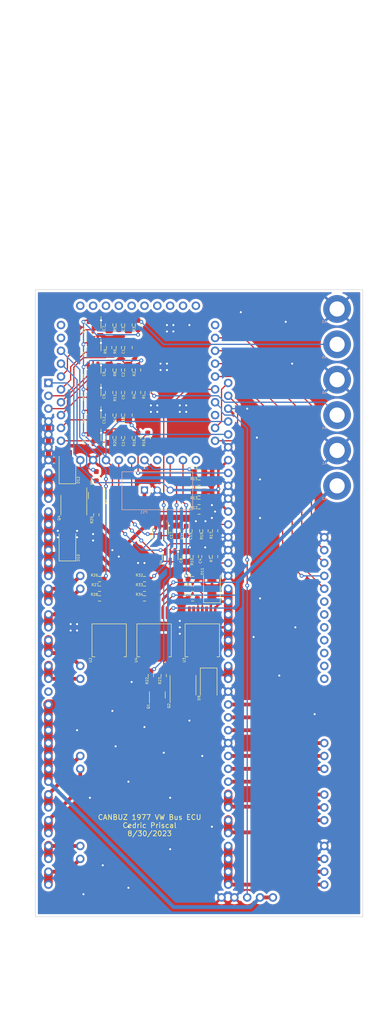
<source format=kicad_pcb>
(kicad_pcb (version 20221018) (generator pcbnew)
  (layers (0 "F.Cu" signal) (31 "B.Cu" signal) (34 "B.Paste" user) (35 "F.Paste" user) (36 "B.SilkS" user "B.Silkscreen") (37 "F.SilkS" user "F.Silkscreen") (38 "B.Mask" user) (39 "F.Mask" user) (44 "Edge.Cuts" user))
  (net 0 "")
  (net 1 "HEAD_TEMP")
  (net 2 "GND")
  (net 3 "INTAKE_AIR_TEMP")
  (net 4 "Net-(C5-Pad1)")
  (net 5 "HEAD_TEMP_ANALOG")
  (net 6 "INTAKE_AIR_TEMP_ANALOG")
  (net 7 "O2_ANALOG")
  (net 8 "TPS")
  (net 9 "FUEL_LEVEL_ANALOG")
  (net 10 "TPS_ANALOG")
  (net 11 "FUEL_LEVEL")
  (net 12 "12V_ANALOG")
  (net 13 "MAP")
  (net 14 "Net-(C11-Pad1)")
  (net 15 "Net-(C14-Pad1)")
  (net 16 "OIL_PRESSURE_ANALOG")
  (net 17 "FUEL_PRESSURE_ANALOG")
  (net 18 "VBAT")
  (net 19 "+3V3")
  (net 20 "EGR_12V")
  (net 21 "STARTER_12V")
  (net 22 "INJ5")
  (net 23 "FUEL_PUMP_12V")
  (net 24 "Net-(Q3-Pad1)")
  (net 25 "O2_12V")
  (net 35 "CANL")
  (net 36 "CANH")
  (net 40 "+5V")
  (net 41 "Net-(C15-Pad1)")
  (net 42 "Net-(Q3-Pad3)")
  (net 43 "~{FPGA_CS}")
  (net 44 "SCK")
  (net 45 "MOSI")
  (net 46 "MISO")
  (net 47 "Net-(Q1-Pad1)")
  (net 48 "Net-(Q1-Pad3)")
  (net 49 "O2")
  (net 50 "OIL_PRESSURE")
  (net 51 "FUEL_PRESSURE")
  (net 52 "MAP_ANALOG")
  (net 53 "EGR_EN")
  (net 54 "STARTER_EN")
  (net 55 "INJ4+")
  (net 56 "INJ4-")
  (net 57 "FUEL_PUMP_EN")
  (net 58 "INJ3+")
  (net 59 "INJ3-")
  (net 60 "O2_EN")
  (net 61 "INJ5_EN")
  (net 62 "INJ2+")
  (net 63 "INJ2-")
  (net 64 "INJ1+")
  (net 65 "INJ1-")
  (net 66 "IGN_12V")
  (net 67 "IGN_S2")
  (net 68 "IGN_S1")
  (net 69 "CAM")
  (net 70 "CK")
  (net 71 "Net-(R27-Pad1)")
  (net 73 "Net-(R28-Pad2)")
  (net 74 "Net-(R30-Pad1)")
  (net 75 "Net-(R31-Pad2)")
  (net 76 "Net-(R33-Pad1)")
  (net 77 "CAM_5V")
  (net 78 "CAM_GND")
  (net 79 "CK_5V")
  (net 80 "CK_GND")
  (net 88 "FPGA_EN")
  (net 89 "Net-(R34-Pad2)")
  (footprint "Resistor_SMD:R_0603_1608Metric_Pad0.98x0.95mm_HandSolder" (layer "F.Cu") (at 68.579999 92.71 -90)
    (fp_text reference "R10")
    (fp_text value "470Ω")
  )
  (footprint "Capacitor_SMD:C_0805_2012Metric_Pad1.18x1.45mm_HandSolder" (layer "F.Cu") (at 55.244999 64.77 90)
    (fp_text reference "C10")
    (fp_text value "0.1uF 50V")
  )
  (footprint "Capacitor_SMD:C_0805_2012Metric_Pad1.18x1.45mm_HandSolder" (layer "F.Cu") (at 51.435 46.99 90)
    (fp_text reference "C7")
    (fp_text value "0.22uF 50V")
  )
  (footprint "Resistor_SMD:R_0603_1608Metric_Pad0.98x0.95mm_HandSolder" (layer "F.Cu") (at 66.675 87.63 -90)
    (fp_text reference "R21")
    (fp_text value "470Ω")
  )
  (footprint "Resistor_SMD:R_0603_1608Metric_Pad0.98x0.95mm_HandSolder" (layer "F.Cu") (at 48.895 76.835 -90)
    (fp_text reference "R24")
    (fp_text value "100Ω")
  )
  (footprint "Resistor_SMD:R_0603_1608Metric_Pad0.98x0.95mm_HandSolder" (layer "F.Cu") (at 53.339999 69.215 -90)
    (fp_text reference "R20")
    (fp_text value "470Ω")
  )
  (footprint "Capacitor_SMD:C_0805_2012Metric_Pad1.18x1.45mm_HandSolder" (layer "F.Cu") (at 69.215 76.2)
    (fp_text reference "C13")
    (fp_text value "0.22uF 50V")
  )
  (footprint "footprints:canbuz-1977-vw-bus-ecu-connector" (layer "F.Cu") (at 57.2 83.82)
    (fp_text reference "J2" hide)
    (fp_text value "Conn_02x40_Counter_Clockwise")
  )
  (footprint "Resistor_SMD:R_0603_1608Metric_Pad0.98x0.95mm_HandSolder" (layer "F.Cu") (at 57.150001 69.215 -90)
    (fp_text reference "R18")
    (fp_text value "4.7kΩ")
  )
  (footprint "Resistor_SMD:R_0603_1608Metric_Pad0.98x0.95mm_HandSolder" (layer "F.Cu") (at 49.53 99.06 180)
    (fp_text reference "R27")
    (fp_text value "10kΩ")
  )
  (footprint "Capacitor_SMD:C_0805_2012Metric_Pad1.18x1.45mm_HandSolder" (layer "F.Cu") (at 70.485 92.71 90)
    (fp_text reference "C4")
    (fp_text value "0.1uF 50V")
  )
  (footprint "Diode_SMD:D_SMA" (layer "F.Cu") (at 71.755 98.425 90)
    (fp_text reference "D11")
    (fp_text value "B140-13-F 30A Burst")
  )
  (footprint "Resistor_SMD:R_0603_1608Metric_Pad0.98x0.95mm_HandSolder" (layer "F.Cu") (at 59.69 116.205 -90)
    (fp_text reference "R22")
    (fp_text value "100Ω")
  )
  (footprint "Capacitor_SMD:C_0805_2012Metric_Pad1.18x1.45mm_HandSolder" (layer "F.Cu") (at 64.770001 87.63 90)
    (fp_text reference "C17")
    (fp_text value "0.22uF 50V")
  )
  (footprint "Resistor_SMD:R_0603_1608Metric_Pad0.98x0.95mm_HandSolder" (layer "F.Cu") (at 51.434999 51.435 90)
    (fp_text reference "R9")
    (fp_text value "38.3kΩ")
  )
  (footprint "Package_TO_SOT_SMD:SOT-23" (layer "F.Cu") (at 48.26 55.88 -90)
    (fp_text reference "D1")
    (fp_text value "NUP1301,215")
  )
  (footprint "Resistor_SMD:R_0603_1608Metric_Pad0.98x0.95mm_HandSolder" (layer "F.Cu") (at 69.215 81.914999 180)
    (fp_text reference "R13")
    (fp_text value "1kΩ")
  )
  (footprint "Capacitor_SMD:C_0805_2012Metric_Pad1.18x1.45mm_HandSolder" (layer "F.Cu") (at 55.245 46.99 90)
    (fp_text reference "C3")
    (fp_text value "0.1uF 50V")
  )
  (footprint "Resistor_SMD:R_0603_1608Metric_Pad0.98x0.95mm_HandSolder" (layer "F.Cu") (at 59.055 69.215 90)
    (fp_text reference "R16")
    (fp_text value "2.2kΩ")
  )
  (footprint "footprints:OctaPAK_7_1" (layer "F.Cu") (at 69.85 103.4 180)
    (fp_text reference "U3")
    (fp_text value "VN7003ALHTR")
  )
  (footprint "Resistor_SMD:R_0603_1608Metric_Pad0.98x0.95mm_HandSolder" (layer "F.Cu") (at 67.945 100.965)
    (fp_text reference "R31")
    (fp_text value "1kΩ")
  )
  (footprint "Diode_SMD:D_SMA" (layer "F.Cu") (at 71.12 118.11 -90)
    (fp_text reference "D9")
    (fp_text value "B140-13-F 30A Burst")
  )
  (footprint "Package_TO_SOT_SMD:SOT-23" (layer "F.Cu") (at 61.595001 87.63 -90)
    (fp_text reference "D8")
    (fp_text value "NUP1301,215")
  )
  (footprint "Resistor_SMD:R_0603_1608Metric_Pad0.98x0.95mm_HandSolder" (layer "F.Cu") (at 67.945 99.06 180)
    (fp_text reference "R30")
    (fp_text value "10kΩ")
  )
  (footprint "Capacitor_SMD:C_0805_2012Metric_Pad1.18x1.45mm_HandSolder" (layer "F.Cu") (at 68.580001 87.63 90)
    (fp_text reference "C15")
    (fp_text value "0.1uF 50V")
  )
  (footprint "Capacitor_SMD:C_0805_2012Metric_Pad1.18x1.45mm_HandSolder" (layer "F.Cu") (at 69.215 80.01)
    (fp_text reference "C11")
    (fp_text value "0.1uF 50V")
  )
  (footprint "Capacitor_SMD:C_0805_2012Metric_Pad1.18x1.45mm_HandSolder" (layer "F.Cu") (at 51.434999 60.325 90)
    (fp_text reference "C9")
    (fp_text value "0.22uF 50V")
  )
  (footprint "Resistor_SMD:R_0603_1608Metric_Pad0.98x0.95mm_HandSolder" (layer "F.Cu") (at 67.945 97.155)
    (fp_text reference "R29")
    (fp_text value "10kΩ")
  )
  (footprint "Package_TO_SOT_SMD:SOT-23" (layer "F.Cu") (at 48.259999 64.77 -90)
    (fp_text reference "D6")
    (fp_text value "NUP1301,215")
  )
  (footprint "Resistor_SMD:R_0603_1608Metric_Pad0.98x0.95mm_HandSolder" (layer "F.Cu") (at 72.390001 87.63 -90)
    (fp_text reference "R17")
    (fp_text value "2.2kΩ")
  )
  (footprint "Resistor_SMD:R_0603_1608Metric_Pad0.98x0.95mm_HandSolder" (layer "F.Cu") (at 70.485001 87.63 -90)
    (fp_text reference "R19")
    (fp_text value "4.7kΩ")
  )
  (footprint "Capacitor_SMD:C_0805_2012Metric_Pad1.18x1.45mm_HandSolder" (layer "F.Cu") (at 51.435 55.88 90)
    (fp_text reference "C6")
    (fp_text value "0.22uF 50V")
  )
  (footprint "Capacitor_SMD:C_0805_2012Metric_Pad1.18x1.45mm_HandSolder" (layer "F.Cu") (at 55.244999 51.435 90)
    (fp_text reference "C1")
    (fp_text value "0.1uF 50V")
  )
  (footprint "Package_TO_SOT_SMD:SOT-23" (layer "F.Cu") (at 48.259999 51.435 -90)
    (fp_text reference "D3")
    (fp_text value "NUP1301,215")
  )
  (footprint "Diode_SMD:D_SMA" (layer "F.Cu") (at 43.18 90.17 90)
    (fp_text reference "D10")
    (fp_text value "B140-13-F 30A Burst")
  )
  (footprint "Resistor_SMD:R_0603_1608Metric_Pad0.98x0.95mm_HandSolder" (layer "F.Cu") (at 49.53 100.965)
    (fp_text reference "R28")
    (fp_text value "1kΩ")
  )
  (footprint "Resistor_SMD:R_0603_1608Metric_Pad0.98x0.95mm_HandSolder" (layer "F.Cu") (at 69.215 78.104999 180)
    (fp_text reference "R15")
    (fp_text value "470Ω")
  )
  (footprint "Resistor_SMD:R_0603_1608Metric_Pad0.98x0.95mm_HandSolder" (layer "F.Cu") (at 57.149999 60.325 -90)
    (fp_text reference "R4")
    (fp_text value "4.7kΩ")
  )
  (footprint "Resistor_SMD:R_0603_1608Metric_Pad0.98x0.95mm_HandSolder" (layer "F.Cu") (at 53.339999 55.88 -90)
    (fp_text reference "R8")
    (fp_text value "470Ω")
  )
  (footprint "Diode_SMD:D_SMA" (layer "F.Cu") (at 43.18 74.93 90)
    (fp_text reference "D12")
    (fp_text value "B140-13-F 30A Burst")
  )
  (footprint "Package_TO_SOT_SMD:SOT-23" (layer "F.Cu") (at 48.26 69.215 -90)
    (fp_text reference "D7")
    (fp_text value "NUP1301,215")
  )
  (footprint "Resistor_SMD:R_0603_1608Metric_Pad0.98x0.95mm_HandSolder" (layer "F.Cu") (at 58.42 100.965)
    (fp_text reference "R34")
    (fp_text value "1kΩ")
  )
  (footprint "Resistor_SMD:R_0603_1608Metric_Pad0.98x0.95mm_HandSolder" (layer "F.Cu") (at 57.15 46.99 -90)
    (fp_text reference "R3")
    (fp_text value "330Ω")
  )
  (footprint "Resistor_SMD:R_0603_1608Metric_Pad0.98x0.95mm_HandSolder" (layer "F.Cu") (at 53.339998 60.325 -90)
    (fp_text reference "R11")
    (fp_text value "470Ω")
  )
  (footprint "Resistor_SMD:R_0603_1608Metric_Pad0.98x0.95mm_HandSolder" (layer "F.Cu") (at 57.15 55.88 90)
    (fp_text reference "R2")
    (fp_text value "2.49kΩ")
  )
  (footprint "Resistor_SMD:R_0603_1608Metric_Pad0.98x0.95mm_HandSolder" (layer "F.Cu") (at 69.215 83.82)
    (fp_text reference "R12")
    (fp_text value "3.9kΩ")
  )
  (footprint "Package_TO_SOT_SMD:SOT-23" (layer "F.Cu") (at 48.26 46.99 -90)
    (fp_text reference "D2")
    (fp_text value "NUP1301,215")
  )
  (footprint "Resistor_SMD:R_0603_1608Metric_Pad0.98x0.95mm_HandSolder" (layer "F.Cu") (at 48.895 84.455 -90)
    (fp_text reference "R25")
    (fp_text value "10kΩ")
  )
  (footprint "Capacitor_SMD:C_0805_2012Metric_Pad1.18x1.45mm_HandSolder" (layer "F.Cu") (at 55.245 55.88 90)
    (fp_text reference "C2")
    (fp_text value "0.1uF 50V")
  )
  (footprint "Package_TO_SOT_SMD:SOT-23" (layer "F.Cu") (at 63.5 92.71 -90)
    (fp_text reference "D4")
    (fp_text value "NUP1301,215")
  )
  (footprint "Package_TO_SOT_SMD:SOT-23" (layer "F.Cu") (at 48.895 80.645 -90)
    (fp_text reference "Q3")
    (fp_text value "Q_NMOS_GSD")
  )
  (footprint "Resistor_SMD:R_0603_1608Metric_Pad0.98x0.95mm_HandSolder" (layer "F.Cu") (at 58.42 97.155 180)
    (fp_text reference "R32")
    (fp_text value "10kΩ")
  )
  (footprint "Resistor_SMD:R_0603_1608Metric_Pad0.98x0.95mm_HandSolder" (layer "F.Cu") (at 58.42 99.06 180)
    (fp_text reference "R33")
    (fp_text value "10kΩ")
  )
  (footprint "Package_SO:SO-8_3.9x4.9mm_P1.27mm" (layer "F.Cu") (at 44.45 82.55 -90)
    (fp_text reference "Q4")
    (fp_text value "Si4497DY 36A")
  )
  (footprint "footprints:OctaPAK_7_1" (layer "F.Cu") (at 60.325 103.4 180)
    (fp_text reference "U4")
    (fp_text value "VN7003ALHTR")
  )
  (footprint "Package_TO_SOT_SMD:SOT-23" (layer "F.Cu") (at 48.259999 60.325 -90)
    (fp_text reference "D5")
    (fp_text value "NUP1301,215")
  )
  (footprint "Resistor_SMD:R_0603_1608Metric_Pad0.98x0.95mm_HandSolder" (layer "F.Cu") (at 53.339998 51.435 -90)
    (fp_text reference "R6")
    (fp_text value "19.6kΩ")
  )
  (footprint "Capacitor_SMD:C_0805_2012Metric_Pad1.18x1.45mm_HandSolder" (layer "F.Cu") (at 51.435 69.215 90)
    (fp_text reference "C16")
    (fp_text value "0.22uF 50V")
  )
  (footprint "Capacitor_SMD:C_0805_2012Metric_Pad1.18x1.45mm_HandSolder" (layer "F.Cu") (at 51.434999 64.77 90)
    (fp_text reference "C12")
    (fp_text value "0.22uF 50V")
  )
  (footprint "Resistor_SMD:R_0603_1608Metric_Pad0.98x0.95mm_HandSolder" (layer "F.Cu") (at 53.339998 64.77 -90)
    (fp_text reference "R14")
    (fp_text value "470Ω")
  )
  (footprint "Resistor_SMD:R_0603_1608Metric_Pad0.98x0.95mm_HandSolder" (layer "F.Cu") (at 62.23 116.205 90)
    (fp_text reference "R23")
    (fp_text value "10kΩ")
  )
  (footprint "Resistor_SMD:R_0603_1608Metric_Pad0.98x0.95mm_HandSolder" (layer "F.Cu") (at 53.339999 46.99 -90)
    (fp_text reference "R5")
    (fp_text value "470Ω")
  )
  (footprint "Package_SO:SO-8_3.9x4.9mm_P1.27mm" (layer "F.Cu") (at 66.04 118.11 90)
    (fp_text reference "Q2")
    (fp_text value "Si4497DY 36A")
  )
  (footprint "Resistor_SMD:R_0603_1608Metric_Pad0.98x0.95mm_HandSolder" (layer "F.Cu") (at 59.054999 60.325 -90)
    (fp_text reference "R1")
    (fp_text value "2.2kΩ")
  )
  (footprint "footprints:OctaPAK_7_1" (layer "F.Cu") (at 51.435 103.4 180)
    (fp_text reference "U2")
    (fp_text value "VN7003ALHTR")
  )
  (footprint "Package_TO_SOT_SMD:SOT-23" (layer "F.Cu") (at 60.96 120.015 90)
    (fp_text reference "Q1")
    (fp_text value "Q_NMOS_GSD")
  )
  (footprint "Resistor_SMD:R_0603_1608Metric_Pad0.98x0.95mm_HandSolder" (layer "F.Cu") (at 72.39 92.71 90)
    (fp_text reference "R7")
    (fp_text value "2.49kΩ")
  )
  (footprint "Capacitor_SMD:C_0805_2012Metric_Pad1.18x1.45mm_HandSolder" (layer "F.Cu") (at 66.675 92.71 90)
    (fp_text reference "C8")
    (fp_text value "0.22uF 50V")
  )
  (footprint "Capacitor_SMD:C_0805_2012Metric_Pad1.18x1.45mm_HandSolder" (layer "F.Cu") (at 55.245 69.215 90)
    (fp_text reference "C14")
    (fp_text value "0.1uF 50V")
  )
  (footprint "Capacitor_SMD:C_0805_2012Metric_Pad1.18x1.45mm_HandSolder" (layer "F.Cu") (at 55.244999 60.325 90)
    (fp_text reference "C5")
    (fp_text value "0.1uF 50V")
  )
  (footprint "Resistor_SMD:R_0603_1608Metric_Pad0.98x0.95mm_HandSolder" (layer "F.Cu") (at 49.53 97.155 180)
    (fp_text reference "R26")
    (fp_text value "10kΩ")
  )
  (footprint "Connector_Spade:Spade_Male" (layer "B.Cu") (at 96.52 71.755 180)
    (fp_text reference "A1")
    (fp_text value "Spade_Male")
  )
  (footprint "footprints:open_spark_fpga" (layer "B.Cu") (at 97.79 163.83 90)
    (fp_text reference "U1" hide)
    (fp_text value "open_spark_fpga")
  )
  (footprint "Connector_Spade:Spade_Male" (layer "B.Cu") (at 96.52 57.785 180)
    (fp_text reference "A6")
    (fp_text value "Spade_Male")
  )
  (footprint "Connector_Spade:Spade_Male" (layer "B.Cu") (at 96.52 78.74 180)
    (fp_text reference "A2")
    (fp_text value "Spade_Male")
  )
  (footprint "Connector_Spade:Spade_Male" (layer "B.Cu") (at 96.52 64.77 180)
    (fp_text reference "A4")
    (fp_text value "Spade_Male")
  )
  (footprint "footprints:canbuz-module" (layer "B.Cu") (at 57.15 58.42 -90)
    (fp_text reference "J1" hide)
    (fp_text value "canbuz_module")
  )
  (footprint "Connector_Spade:Spade_Male" (layer "B.Cu") (at 96.52 50.8 180)
    (fp_text reference "A5")
    (fp_text value "Spade_Male")
  )
  (footprint "footprints:CONV_TSR_2-2450" (layer "B.Cu") (at 58.42 79.5725)
    (fp_text reference "PS1")
    (fp_text value "TSR_2-2450")
  )
  (footprint "Connector_Spade:Spade_Male" (layer "B.Cu") (at 96.52 43.815 180)
    (fp_text reference "A3")
    (fp_text value "Spade_Male")
  )
  (gr_line (start 101.6 40.005) (end 36.83 40.005) (stroke (width 0.1)) (layer "Edge.Cuts"))
  (gr_line (start 36.83 163.83) (end 101.6 163.83) (stroke (width 0.1)) (layer "Edge.Cuts"))
  (gr_line (start 36.83 40.005) (end 36.83 163.83) (stroke (width 0.1)) (layer "Edge.Cuts"))
  (gr_line (start 101.6 163.83) (end 101.6 40.005) (stroke (width 0.1)) (layer "Edge.Cuts"))
  (gr_text "CANBUZ 1977 VW Bus ECU\nCedric Priscal\n8/30/2023" (at 59.436 145.796) (layer "F.SilkS") (effects (font (size 1 1))))
  (segment (start 55.245 56.9175) (end 57.025 56.9175) (width 0.25) (layer "F.Cu") (net 1))
  (segment (start 42.543604 63.5) (end 39.42 63.5) (width 0.25) (layer "F.Cu") (net 1))
  (segment (start 47.049695 57.97) (end 43.18 61.839695) (width 0.25) (layer "F.Cu") (net 1))
  (segment (start 43.18 62.863604) (end 42.543604 63.5) (width 0.25) (layer "F.Cu") (net 1))
  (segment (start 53.339999 56.7925) (end 52.162499 57.97) (width 0.25) (layer "F.Cu") (net 1))
  (segment (start 43.18 61.839695) (end 43.18 62.863604) (width 0.25) (layer "F.Cu") (net 1))
  (segment (start 52.162499 57.97) (end 47.049695 57.97) (width 0.25) (layer "F.Cu") (net 1))
  (segment (start 53.339999 56.7925) (end 55.12 56.792499) (width 0.25) (layer "F.Cu") (net 1))
  (segment (start 49.21 68.2775) (end 49.8325 68.2775) (width 0.25) (layer "F.Cu") (net 2))
  (segment (start 68.8575 97.155) (end 67.945 98.0675) (width 0.25) (layer "F.Cu") (net 2))
  (segment (start 51.434999 59.144499) (end 52.159498 58.42) (width 0.25) (layer "F.Cu") (net 2))
  (segment (start 51.434999 63.7325) (end 52.302499 62.865) (width 0.25) (layer "F.Cu") (net 2))
  (segment (start 64.45 91.7725) (end 65.0725 91.7725) (width 0.25) (layer "F.Cu") (net 2))
  (segment (start 44.545 88.36) (end 45.085 88.9) (width 1) (layer "F.Cu") (net 2))
  (segment (start 41.815 88.17) (end 41.275 87.63) (width 1) (layer "F.Cu") (net 2))
  (segment (start 49.8325 59.3875) (end 51.334999 59.3875) (width 0.25) (layer "F.Cu") (net 2))
  (segment (start 54.377499 62.865) (end 55.244999 63.7325) (width 0.25) (layer "F.Cu") (net 2))
  (segment (start 67.712501 85.725) (end 68.580001 86.5925) (width 0.25) (layer "F.Cu") (net 2))
  (segment (start 64.770001 86.5925) (end 63.2675 86.5925) (width 0.25) (layer "F.Cu") (net 2))
  (segment (start 42.005 88.17) (end 41.275 88.9) (width 1) (layer "F.Cu") (net 2))
  (segment (start 65.637501 85.725) (end 67.712501 85.725) (width 0.25) (layer "F.Cu") (net 2))
  (segment (start 70.485 85.725) (end 70.485001 86.7175) (width 0.25) (layer "F.Cu") (net 2))
  (segment (start 54.5575 45.265) (end 52.1225 45.265) (width 0.25) (layer "F.Cu") (net 2))
  (segment (start 57.15 68.302501) (end 55.37 68.302501) (width 0.25) (layer "F.Cu") (net 2))
  (segment (start 49.209999 63.8325) (end 49.8325 63.8325) (width 0.25) (layer "F.Cu") (net 2))
  (segment (start 52.159498 58.42) (end 54.609999 58.420001) (width 0.25) (layer "F.Cu") (net 2))
  (segment (start 43.18 88.17) (end 41.815 88.17) (width 1) (layer "F.Cu") (net 2))
  (segment (start 56.515 98.1475) (end 57.5075 97.155) (width 0.25) (layer "F.Cu") (net 2))
  (segment (start 57.149999 59.4125) (end 55.369999 59.4125) (width 0.25) (layer "F.Cu") (net 2))
  (segment (start 64.770001 86.5925) (end 65.637501 85.725) (width 0.25) (layer "F.Cu") (net 2))
  (segment (start 44.545 88.17) (end 45.085 87.63) (width 1) (layer "F.Cu") (net 2))
  (segment (start 55.244999 50.3975) (end 56.1125 50.3975) (width 0.25) (layer "F.Cu") (net 2))
  (segment (start 52.302499 62.865) (end 54.377499 62.865) (width 0.25) (layer "F.Cu") (net 2))
  (segment (start 43.18 88.17) (end 42.005 88.17) (width 1) (layer "F.Cu") (net 2))
  (segment (start 67.945 100.0525) (end 67.0325 100.965) (width 0.25) (layer "F.Cu") (net 2))
  (segment (start 54.609999 58.420001) (end 55.244999 59.055) (width 0.25) (layer "F.Cu") (net 2))
  (segment (start 47.945 78.425) (end 46.99 77.47) (width 0.25) (layer "F.Cu") (net 2))
  (segment (start 57.5075 100.965) (end 56.515 99.9725) (width 0.25) (layer "F.Cu") (net 2))
  (segment (start 70.485 91.6725) (end 69.6175 90.805) (width 0.25) (layer "F.Cu") (net 2))
  (segment (start 49.8325 63.8325) (end 51.334999 63.8325) (width 0.25) (layer "F.Cu") (net 2))
  (segment (start 68.58 85.725) (end 68.580001 86.5925) (width 0.25) (layer "F.Cu") (net 2))
  (segment (start 63.2675 86.5925) (end 62.645001 86.5925) (width 0.25) (layer "F.Cu") (net 2))
  (segment (start 52.1225 45.265) (end 51.435 45.9525) (width 0.25) (layer "F.Cu") (net 2))
  (segment (start 51.434999 50.5225) (end 49.8075 50.5225) (width 0.25) (layer "F.Cu") (net 2))
  (segment (start 70.485001 86.7175) (end 69.572501 86.7175) (width 0.25) (layer "F.Cu") (net 2))
  (segment (start 46.99 77.47) (end 46.99 74.93) (width 0.25) (layer "F.Cu") (net 2))
  (segment (start 56.1125 50.3975) (end 56.515 50.8) (width 0.25) (layer "F.Cu") (net 2))
  (segment (start 49.8325 46.0525) (end 51.335 46.0525) (width 0.25) (layer "F.Cu") (net 2))
  (segment (start 54.5575 67.49) (end 52.1225 67.49) (width 0.25) (layer "F.Cu") (net 2))
  (segment (start 51.435 54.609999) (end 52.07 53.975) (width 0.25) (layer "F.Cu") (net 2))
  (segment (start 67.3995 90.8945) (end 67.3995 90.948) (width 0.25) (layer "F.Cu") (net 2))
  (segment (start 67.945 98.0675) (end 67.945 100.0525) (width 0.25) (layer "F.Cu") (net 2))
  (segment (start 44.545 88.17) (end 44.545 88.36) (width 1) (layer "F.Cu") (net 2))
  (segment (start 70.42895 90.8945) (end 70.42895 91.61645) (width 0.25) (layer "F.Cu") (net 2))
  (segment (start 65.0725 91.7725) (end 66.575 91.7725) (width 0.25) (layer "F.Cu") (net 2))
  (segment (start 49.8075 50.5225) (end 49.234999 50.5225) (width 0.25) (layer "F.Cu") (net 2))
  (segment (start 52.1225 67.49) (end 51.435 68.1775) (width 0.25) (layer "F.Cu") (net 2))
  (segment (start 56.515 99.9725) (end 56.515 98.1475) (width 0.25) (layer "F.Cu") (net 2))
  (segment (start 56.515 50.8) (end 56.515 53.5725) (width 0.25) (layer "F.Cu") (net 2))
  (segment (start 52.427499 49.53) (end 54.377499 49.53) (width 0.25) (layer "F.Cu") (net 2))
  (segment (start 39.42 73.66) (end 42.45 73.66) (width 1) (layer "F.Cu") (net 2))
  (segment (start 69.572501 86.7175) (end 68.705001 86.7175) (width 0.25) (layer "F.Cu") (net 2))
  (segment (start 39.42 66.04) (end 39.42 73.66) (width 1) (layer "F.Cu") (net 2))
  (segment (start 49.21 54.9425) (end 49.8325 54.9425) (width 0.25) (layer "F.Cu") (net 2))
  (segment (start 69.6175 90.805) (end 67.542501 90.805) (width 0.25) (layer "F.Cu") (net 2))
  (segment (start 56.515 53.5725) (end 55.245 54.8425) (width 0.25) (layer "F.Cu") (net 2))
  (segment (start 70.2525 80.01) (end 70.2525 81.79) (width 0.25) (layer "F.Cu") (net 2))
  (segment (start 54.377499 49.53) (end 55.244999 50.3975) (width 0.25) (layer "F.Cu") (net 2))
  (segment (start 54.8425 54.8425) (end 53.975 53.975) (width 0.25) (layer "F.Cu") (net 2))
  (segment (start 43.18 88.17) (end 44.545 88.17) (width 1) (layer "F.Cu") (net 2))
  (segment (start 70.42895 91.61645) (end 70.485 91.6725) (width 0.25) (layer "F.Cu") (net 2))
  (segment (start 49.209999 59.3875) (end 49.8325 59.3875) (width 0.25) (layer "F.Cu") (net 2))
  (segment (start 55.245 68.1775) (end 54.5575 67.49) (width 0.25) (layer "F.Cu") (net 2))
  (segment (start 49.8325 54.9425) (end 51.335 54.9425) (width 0.25) (layer "F.Cu") (net 2))
  (segment (start 51.434999 50.5225) (end 52.427499 49.53) (width 0.25) (layer "F.Cu") (net 2))
  (segment (start 67.542501 90.805) (end 66.675 91.6725) (width 0.25) (layer "F.Cu") (net 2))
  (segment (start 47.945 79.7075) (end 47.945 78.425) (width 0.25) (layer "F.Cu") (net 2))
  (segment (start 53.975 53.975) (end 52.07 53.975) (width 0.25) (layer "F.Cu") (net 2))
  (segment (start 46.99 74.93) (end 48.26 73.66) (width 0.25) (layer "F.Cu") (net 2))
  (segment (start 42.45 73.66) (end 43.18 72.93) (width 1) (layer "F.Cu") (net 2))
  (segment (start 49.8325 68.2775) (end 51.335 68.2775) (width 0.25) (layer "F.Cu") (net 2))
  (segment (start 55.245 45.9525) (end 54.5575 45.265) (width 0.25) (layer "F.Cu") (net 2))
  (segment (start 49.21 46.0525) (end 49.8325 46.0525) (width 0.25) (layer "F.Cu") (net 2))
  (segment (start 67.3995 90.948) (end 66.675 91.6725) (width 0.25) (layer "F.Cu") (net 2))
  (via (at 78.74 63.5) (size 0.8) (drill 0.4) (layers "F.Cu" "B.Cu") (net 2))
  (via (at 55.245 137.16) (size 0.8) (drill 0.4) (layers "F.Cu" "B.Cu") (net 2))
  (via (at 62.865 55.88) (size 0.8) (drill 0.4) (layers "F.Cu" "B.Cu") (net 2))
  (via (at 53.34 92.71) (size 0.8) (drill 0.4) (layers "F.Cu" "B.Cu") (net 2))
  (via (at 65.405 106.68) (size 0.8) (drill 0.4) (layers "F.Cu" "B.Cu") (net 2))
  (via (at 64.135 48.26) (size 0.8) (drill 0.4) (layers "F.Cu" "B.Cu") (net 2))
  (via (at 49.8325 54.9425) (size 0.8) (drill 0.4) (layers "F.Cu" "B.Cu") (net 2))
  (via (at 60.96 62.865) (size 0.8) (drill 0.4) (layers "F.Cu" "B.Cu") (net 2))
  (via (at 66.675 62.865) (size 0.8) (drill 0.4) (layers "F.Cu" "B.Cu") (net 2))
  (via (at 48.26 89.535) (size 0.8) (drill 0.4) (layers "F.Cu" "B.Cu") (net 2))
  (via (at 46.355 159.385) (size 0.8) (drill 0.4) (layers "F.Cu" "B.Cu") (net 2))
  (via (at 52.07 91.44) (size 0.8) (drill 0.4) (layers "F.Cu" "B.Cu") (net 2))
  (via (at 67.3995 90.8945) (size 0.8) (drill 0.4) (layers "F.Cu" "B.Cu") (net 2))
  (via (at 49.8325 68.2775) (size 0.8) (drill 0.4) (layers "F.Cu" "B.Cu") (net 2))
  (via (at 49.8325 63.8325) (size 0.8) (drill 0.4) (layers "F.Cu" "B.Cu") (net 2))
  (via (at 58.42 126.365) (size 0.8) (drill 0.4) (layers "F.Cu" "B.Cu") (net 2))
  (via (at 59.69 64.135) (size 0.8) (drill 0.4) (layers "F.Cu" "B.Cu") (net 2))
  (via (at 81.28 85.09) (size 0.8) (drill 0.4) (layers "F.Cu" "B.Cu") (net 2))
  (via (at 43.815 107.315) (size 0.8) (drill 0.4) (layers "F.Cu" "B.Cu") (net 2))
  (via (at 86.36 46.355) (size 0.8) (drill 0.4) (layers "F.Cu" "B.Cu") (net 2))
  (via (at 80.01 108.585) (size 0.8) (drill 0.4) (layers "F.Cu" "B.Cu") (net 2))
  (via (at 50.165 153.67) (size 0.8) (drill 0.4) (layers "F.Cu" "B.Cu") (net 2))
  (via (at 60.96 64.135) (size 0.8) (drill 0.4) (layers "F.Cu" "B.Cu") (net 2))
  (via (at 72.39 83.82) (size 0.8) (drill 0.4) (layers "F.Cu" "B.Cu") (net 2))
  (via (at 41.275 88.9) (size 0.8) (drill 0.4) (layers "F.Cu" "B.Cu") (net 2))
  (via (at 49.8325 59.3875) (size 0.8) (drill 0.4) (layers "F.Cu" "B.Cu") (net 2))
  (via (at 67.31 46.99) (size 0.8) (drill 0.4) (layers "F.Cu" "B.Cu") (net 2))
  (via (at 64.135 46.99) (size 0.8) (drill 0.4) (layers "F.Cu" "B.Cu") (net 2))
  (via (at 69.85 132.08) (size 0.8) (drill 0.4) (layers "F.Cu" "B.Cu") (net 2))
  (via (at 52.07 123.19) (size 0.8) (drill 0.4) (layers "F.Cu" "B.Cu") (net 2))
  (via (at 70.42895 90.8945) (size 0.8) (drill 0.4) (layers "F.Cu" "B.Cu") (net 2))
  (via (at 45.085 127) (size 0.8) (drill 0.4) (layers "F.Cu" "B.Cu") (net 2))
  (via (at 65.405 105.41) (size 0.8) (drill 0.4) (layers "F.Cu" "B.Cu") (net 2))
  (via (at 85.09 116.205) (size 0.8) (drill 0.4) (layers "F.Cu" "B.Cu") (net 2))
  (via (at 49.8325 46.0525) (size 0.8) (drill 0.4) (layers "F.Cu" "B.Cu") (net 2))
  (via (at 71.755 82.55) (size 0.8) (drill 0.4) (layers "F.Cu" "B.Cu") (net 2))
  (via (at 63.5 150.495) (size 0.8) (drill 0.4) (layers "F.Cu" "B.Cu") (net 2))
  (via (at 61.595 54.61) (size 0.8) (drill 0.4) (layers "F.Cu" "B.Cu") (net 2))
  (via (at 62.865 48.26) (size 0.8) (drill 0.4) (layers "F.Cu" "B.Cu") (net 2))
  (via (at 57.15 93.98) (size 0.8) (drill 0.4) (layers "F.Cu" "B.Cu") (net 2))
  (via (at 45.085 107.315) (size 0.8) (drill 0.4) (layers "F.Cu" "B.Cu") (net 2))
  (via (at 68.58 85.725) (size 0.8) (drill 0.4) (layers "F.Cu" "B.Cu") (net 2))
  (via (at 61.595 55.88) (size 0.8) (drill 0.4) (layers "F.Cu" "B.Cu") (net 2))
  (via (at 63.2675 86.5925) (size 0.8) (drill 0.4) (layers "F.Cu" "B.Cu") (net 2))
  (via (at 62.865 46.99) (size 0.8) (drill 0.4) (layers "F.Cu" "B.Cu") (net 2))
  (via (at 92.075 123.825) (size 0.8) (drill 0.4) (layers "F.Cu" "B.Cu") (net 2))
  (via (at 48.26 88.265) (size 0.8) (drill 0.4) (layers "F.Cu" "B.Cu") (net 2))
  (via (at 77.47 44.45) (size 0.8) (drill 0.4) (layers "F.Cu" "B.Cu") (net 2))
  (via (at 70.485 85.725) (size 0.8) (drill 0.4) (layers "F.Cu" "B.Cu") (net 2))
  (via (at 65.405 64.135) (size 0.8) (drill 0.4) (layers "F.Cu" "B.Cu") (net 2))
  (via (at 87.63 54.61) (size 0.8) (drill 0.4) (layers "F.Cu" "B.Cu") (net 2))
  (via (at 65.405 62.865) (size 0.8) (drill 0.4) (layers "F.Cu" "B.Cu") (net 2))
  (via (at 65.405 107.95) (size 0.8) (drill 0.4) (layers "F.Cu" "B.Cu") (net 2))
  (via (at 81.28 100.965) (size 0.8) (drill 0.4) (layers "F.Cu" "B.Cu") (net 2))
  (via (at 65.0725 91.7725) (size 0.8) (drill 0.4) (layers "F.Cu" "B.Cu") (net 2))
  (via (at 47.625 140.335) (size 0.8) (drill 0.4) (layers "F.Cu" "B.Cu") (net 2))
  (via (at 55.245 146.05) (size 0.8) (drill 0.4) (layers "F.Cu" "B.Cu") (net 2))
  (via (at 62.865 54.61) (size 0.8) (drill 0.4) (layers "F.Cu" "B.Cu") (net 2))
  (via (at 62.23 131.445) (size 0.8) (drill 0.4) (layers "F.Cu" "B.Cu") (net 2))
  (via (at 52.705 130.175) (size 0.8) (drill 0.4) (layers "F.Cu" "B.Cu") (net 2))
  (via (at 66.675 64.135) (size 0.8) (drill 0.4) (layers "F.Cu" "B.Cu") (net 2))
  (via (at 43.815 106.045) (size 0.8) (drill 0.4) (layers "F.Cu" "B.Cu") (net 2))
  (via (at 63.5 140.335) (size 0.8) (drill 0.4) (layers "F.Cu" "B.Cu") (net 2))
  (via (at 45.085 106.045) (size 0.8) (drill 0.4) (layers "F.Cu" "B.Cu") (net 2))
  (via (at 80.645 69.215) (size 0.8) (drill 0.4) (layers "F.Cu" "B.Cu") (net 2))
  (via (at 71.755 85.09) (size 0.8) (drill 0.4) (layers "F.Cu" "B.Cu") (net 2))
  (via (at 41.275 87.63) (size 0.8) (drill 0.4) (layers "F.Cu" "B.Cu") (net 2))
  (via (at 67.31 125.095) (size 0.8) (drill 0.4) (layers "F.Cu" "B.Cu") (net 2))
  (via (at 55.88 117.475) (size 0.8) (drill 0.4) (layers "F.Cu" "B.Cu") (net 2))
  (via (at 45.085 88.9) (size 0.8) (drill 0.4) (layers "F.Cu" "B.Cu") (net 2))
  (via (at 58.42 93.98) (size 0.8) (drill 0.4) (layers "F.Cu" "B.Cu") (net 2))
  (via (at 59.69 62.865) (size 0.8) (drill 0.4) (layers "F.Cu" "B.Cu") (net 2))
  (via (at 45.085 87.63) (size 0.8) (drill 0.4) (layers "F.Cu" "B.Cu") (net 2))
  (via (at 55.245 158.115) (size 0.8) (drill 0.4) (layers "F.Cu" "B.Cu") (net 2))
  (via (at 49.8075 50.5225) (size 0.8) (drill 0.4) (layers "F.Cu" "B.Cu") (net 2))
  (via (at 71.755 146.05) (size 0.8) (drill 0.4) (layers "F.Cu" "B.Cu") (net 2))
  (via (at 81.28 77.47) (size 0.8) (drill 0.4) (layers "F.Cu" "B.Cu") (net 2))
  (via (at 88.265 106.68) (size 0.8) (drill 0.4) (layers "F.Cu" "B.Cu") (net 2))
  (segment (start 74.98 88.9) (end 72.42345 88.9) (width 0.25) (layer "B.Cu") (net 2))
  (segment (start 73.66 88.9) (end 70.485 85.725) (width 0.25) (layer "B.Cu") (net 2))
  (segment (start 74.98 63.5) (end 78.74 63.5) (width 0.25) (layer "B.Cu") (net 2))
  (segment (start 72.42345 88.9) (end 70.42895 90.8945) (width 0.25) (layer "B.Cu") (net 2))
  (segment (start 74.98 88.9) (end 73.66 88.9) (width 0.25) (layer "B.Cu") (net 2))
  (segment (start 70.485 85.725) (end 68.58 85.725) (width 0.25) (layer "B.Cu") (net 2))
  (segment (start 70.42895 90.8945) (end 67.3995 90.8945) (width 0.25) (layer "B.Cu") (net 2))
  (segment (start 74.98 93.98) (end 72.7475 93.98) (width 0.25) (layer "F.Cu") (net 3))
  (segment (start 72.39 93.6225) (end 70.61 93.6225) (width 0.25) (layer "F.Cu") (net 3))
  (segment (start 68.579999 93.6225) (end 70.36 93.622499) (width 0.25) (layer "F.Cu") (net 3))
  (segment (start 72.7475 93.98) (end 72.39 93.6225) (width 0.25) (layer "F.Cu") (net 3))
  (segment (start 57.149999 61.2375) (end 55.369999 61.2375) (width 0.25) (layer "F.Cu") (net 4))
  (segment (start 53.339998 61.2375) (end 55.119999 61.237499) (width 0.25) (layer "F.Cu") (net 4))
  (segment (start 59.054999 61.2375) (end 57.149999 61.2375) (width 0.25) (layer "F.Cu") (net 4))
  (segment (start 51.435 56.872499) (end 53.339999 54.9675) (width 0.25) (layer "F.Cu") (net 5))
  (segment (start 48.26 56.817501) (end 51.335 56.8175) (width 0.25) (layer "F.Cu") (net 5))
  (segment (start 48.26 56.8175) (end 47.3225 56.8175) (width 0.25) (layer "F.Cu") (net 5))
  (segment (start 47.3225 56.8175) (end 41.91 62.23) (width 0.25) (layer "F.Cu") (net 5))
  (segment (start 53.34 73.66) (end 53.34 84.981848) (width 0.25) (layer "F.Cu") (net 6))
  (segment (start 57.785 89.535) (end 61.8975 93.6475) (width 0.25) (layer "F.Cu") (net 6))
  (segment (start 68.579999 91.842501) (end 66.675 93.7475) (width 0.25) (layer "F.Cu") (net 6))
  (segment (start 53.34 84.981848) (end 55.934076 87.575924) (width 0.25) (layer "F.Cu") (net 6))
  (segment (start 61.8975 93.6475) (end 63.5 93.6475) (width 0.25) (layer "F.Cu") (net 6))
  (segment (start 66.675 93.7475) (end 63.6 93.7475) (width 0.25) (layer "F.Cu") (net 6))
  (via (at 55.934076 87.575924) (size 0.8) (drill 0.4) (layers "F.Cu" "B.Cu") (net 6))
  (via (at 57.785 89.535) (size 0.8) (drill 0.4) (layers "F.Cu" "B.Cu") (net 6))
  (segment (start 57.785 89.426848) (end 57.785 89.535) (width 0.25) (layer "B.Cu") (net 6))
  (segment (start 55.934076 87.575924) (end 57.785 89.426848) (width 0.25) (layer "B.Cu") (net 6))
  (segment (start 48.259999 61.262501) (end 51.334999 61.2625) (width 0.25) (layer "F.Cu") (net 7))
  (segment (start 48.259999 61.2625) (end 45.4175 61.2625) (width 0.25) (layer "F.Cu") (net 7))
  (segment (start 51.434999 61.317499) (end 53.339998 59.4125) (width 0.25) (layer "F.Cu") (net 7))
  (segment (start 45.4175 61.2625) (end 41.91 64.77) (width 0.25) (layer "F.Cu") (net 7))
  (segment (start 53.339998 65.6825) (end 55.119999 65.6825) (width 0.25) (layer "F.Cu") (net 8))
  (segment (start 55.244999 66.129499) (end 55.88 66.7645) (width 0.25) (layer "F.Cu") (net 8))
  (via (at 55.88 66.7645) (size 0.8) (drill 0.4) (layers "F.Cu" "B.Cu") (net 8))
  (segment (start 55.88 66.7645) (end 57.6955 68.58) (width 0.25) (layer "B.Cu") (net 8))
  (segment (start 57.6955 68.58) (end 74.98 68.58) (width 0.25) (layer "B.Cu") (net 8))
  (segment (start 48.26 47.9275) (end 46.6875 47.9275) (width 0.25) (layer "F.Cu") (net 9))
  (segment (start 53.34 46.122499) (end 51.435 48.0275) (width 0.25) (layer "F.Cu") (net 9))
  (segment (start 43.18 55.88) (end 41.91 57.15) (width 0.25) (layer "F.Cu") (net 9))
  (segment (start 43.815 50.8) (end 43.815 52.705) (width 0.25) (layer "F.Cu") (net 9))
  (segment (start 48.26 47.927501) (end 51.335 47.9275) (width 0.25) (layer "F.Cu") (net 9))
  (segment (start 43.18 53.34) (end 43.18 55.88) (width 0.25) (layer "F.Cu") (net 9))
  (segment (start 43.815 52.705) (end 43.18 53.34) (width 0.25) (layer "F.Cu") (net 9))
  (segment (start 46.6875 47.9275) (end 43.815 50.8) (width 0.25) (layer "F.Cu") (net 9))
  (segment (start 48.259999 65.7075) (end 43.5125 65.7075) (width 0.25) (layer "F.Cu") (net 10))
  (segment (start 53.339999 63.902499) (end 51.434999 65.8075) (width 0.25) (layer "F.Cu") (net 10))
  (segment (start 51.434999 65.8075) (end 48.359999 65.8075) (width 0.25) (layer "F.Cu") (net 10))
  (segment (start 43.5125 65.7075) (end 41.91 67.31) (width 0.25) (layer "F.Cu") (net 10))
  (segment (start 57.785 46.355) (end 57.4275 46.355) (width 0.25) (layer "F.Cu") (net 11))
  (segment (start 57.15 46.1225) (end 55.245 48.0275) (width 0.25) (layer "F.Cu") (net 11))
  (segment (start 53.339999 47.9025) (end 55.12 47.902499) (width 0.25) (layer "F.Cu") (net 11))
  (via (at 57.785 46.355) (size 0.8) (drill 0.4) (layers "F.Cu" "B.Cu") (net 11))
  (segment (start 96.52 50.8) (end 62.23 50.8) (width 0.25) (layer "B.Cu") (net 11))
  (segment (start 62.23 50.8) (end 57.785 46.355) (width 0.25) (layer "B.Cu") (net 11))
  (segment (start 67.453 75.4755) (end 68.1775 76.2) (width 0.25) (layer "F.Cu") (net 12))
  (segment (start 70.082501 78.105) (end 68.1775 76.2) (width 0.25) (layer "F.Cu") (net 12))
  (via (at 67.31 75.4755) (size 0.8) (drill 0.4) (layers "F.Cu" "B.Cu") (net 12))
  (segment (start 58.42 73.66) (end 60.2355 75.4755) (width 0.25) (layer "B.Cu") (net 12))
  (segment (start 60.2355 75.4755) (end 67.31 75.4755) (width 0.25) (layer "B.Cu") (net 12))
  (segment (start 44.45 59.053604) (end 42.543604 60.96) (width 0.25) (layer "F.Cu") (net 13))
  (segment (start 55.244999 52.4725) (end 53.464999 52.4725) (width 0.25) (layer "F.Cu") (net 13))
  (segment (start 53.339998 52.3475) (end 52.347498 53.34) (width 0.25) (layer "F.Cu") (net 13))
  (segment (start 46.336323 53.435) (end 44.45 55.321323) (width 0.25) (layer "F.Cu") (net 13))
  (segment (start 52.347498 53.34) (end 50.8 53.34) (width 0.25) (layer "F.Cu") (net 13))
  (segment (start 50.8 53.34) (end 50.705 53.435) (width 0.25) (layer "F.Cu") (net 13))
  (segment (start 50.705 53.435) (end 46.336323 53.435) (width 0.25) (layer "F.Cu") (net 13))
  (segment (start 42.543604 60.96) (end 39.42 60.96) (width 0.25) (layer "F.Cu") (net 13))
  (segment (start 44.45 55.321323) (end 44.45 59.053604) (width 0.25) (layer "F.Cu") (net 13))
  (segment (start 68.3025 81.914999) (end 68.3025 80.135) (width 0.25) (layer "F.Cu") (net 14))
  (segment (start 68.3025 81.995) (end 70.1275 83.82) (width 0.25) (layer "F.Cu") (net 14))
  (segment (start 68.3025 78.104999) (end 68.302501 79.885) (width 0.25) (layer "F.Cu") (net 14))
  (segment (start 57.15 70.127499) (end 55.37 70.127499) (width 0.25) (layer "F.Cu") (net 15))
  (segment (start 57.23 70.1275) (end 59.055 68.3025) (width 0.25) (layer "F.Cu") (net 15))
  (segment (start 53.339999 70.1275) (end 55.12 70.1275) (width 0.25) (layer "F.Cu") (net 15))
  (segment (start 47.9575 69.85) (end 41.91 69.85) (width 0.25) (layer "F.Cu") (net 16))
  (segment (start 48.26 70.1525) (end 47.9575 69.85) (width 0.25) (layer "F.Cu") (net 16))
  (segment (start 53.339999 68.347502) (end 51.435 70.2525) (width 0.25) (layer "F.Cu") (net 16))
  (segment (start 48.26 70.1525) (end 51.335 70.1525) (width 0.25) (layer "F.Cu") (net 16))
  (segment (start 61.595001 88.5675) (end 64.670001 88.5675) (width 0.25) (layer "F.Cu") (net 17))
  (segment (start 61.595001 88.5675) (end 61.292501 88.265) (width 0.25) (layer "F.Cu") (net 17))
  (segment (start 66.675 86.762501) (end 64.770001 88.6675) (width 0.25) (layer "F.Cu") (net 17))
  (segment (start 61.292501 88.265) (end 59.055 88.265) (width 0.25) (layer "F.Cu") (net 17))
  (segment (start 56.515 86.36) (end 55.88 85.725) (width 0.25) (layer "F.Cu") (net 17))
  (segment (start 55.88 85.725) (end 55.88 73.66) (width 0.25) (layer "F.Cu") (net 17))
  (via (at 56.515 86.36) (size 0.8) (drill 0.4) (layers "F.Cu" "B.Cu") (net 17))
  (via (at 59.055 88.265) (size 0.8) (drill 0.4) (layers "F.Cu" "B.Cu") (net 17))
  (segment (start 58.42 88.265) (end 56.515 86.36) (width 0.25) (layer "B.Cu") (net 17))
  (segment (start 59.055 88.265) (end 58.42 88.265) (width 0.25) (layer "B.Cu") (net 17))
  (segment (start 55.245 89.95) (end 53.4775 89.95) (width 0.75) (layer "F.Cu") (net 18))
  (segment (start 51.435 116.205) (end 51.435 110.7) (width 2) (layer "F.Cu") (net 18))
  (segment (start 62.23 115.2925) (end 62.23 112.605) (width 0.25) (layer "F.Cu") (net 18))
  (segment (start 42.545 85.125) (end 48.6525 85.125) (width 1) (layer "F.Cu") (net 18))
  (segment (start 65.405 110.91) (end 65.615 110.7) (width 0.75) (layer "F.Cu") (net 18))
  (segment (start 58.42 86.775) (end 58.42 83.82) (width 0.75) (layer "F.Cu") (net 18))
  (segment (start 56.09 110.7) (end 55.245 109.855) (width 0.75) (layer "F.Cu") (net 18))
  (segment (start 55.245 89.95) (end 58.42 86.775) (width 0.75) (layer "F.Cu") (net 18))
  (segment (start 81.28 160.02) (end 83.82 160.02) (width 0.75) (layer "F.Cu") (net 18))
  (segment (start 67.945 115.535) (end 64.135 115.535) (width 0.75) (layer "F.Cu") (net 18))
  (segment (start 65.615 110.7) (end 69.85 110.7) (width 2) (layer "F.Cu") (net 18))
  (segment (start 62.23 115.2925) (end 63.8925 115.2925) (width 0.25) (layer "F.Cu") (net 18))
  (segment (start 60.325 110.7) (end 65.615 110.7) (width 2) (layer "F.Cu") (net 18))
  (segment (start 55.245 89.95) (end 55.245 109.855) (width 0.75) (layer "F.Cu") (net 18))
  (segment (start 63.8925 115.2925) (end 64.135 115.535) (width 0.25) (layer "F.Cu") (net 18))
  (segment (start 39.42 134.62) (end 39.42 137.16) (width 1.7) (layer "F.Cu") (net 18))
  (segment (start 51.435 110.7) (end 56.09 110.7) (width 2) (layer "F.Cu") (net 18))
  (segment (start 68.3025 83.82) (end 58.42 83.82) (width 0.25) (layer "F.Cu") (net 18))
  (segment (start 53.4775 89.95) (end 48.895 85.3675) (width 0.75) (layer "F.Cu") (net 18))
  (segment (start 56.09 110.7) (end 60.325 110.7) (width 2) (layer "F.Cu") (net 18))
  (segment (start 65.405 115.535) (end 65.405 110.91) (width 0.75) (layer "F.Cu") (net 18))
  (segment (start 39.42 121.92) (end 45.72 121.92) (width 2) (layer "F.Cu") (net 18))
  (segment (start 58.42 83.82) (end 58.42 79.5725) (width 0.75) (layer "F.Cu") (net 18))
  (segment (start 39.42 134.62) (end 39.42 121.92) (width 1.7) (layer "F.Cu") (net 18))
  (segment (start 45.72 121.92) (end 51.435 116.205) (width 2) (layer "F.Cu") (net 18))
  (segment (start 48.6525 85.125) (end 48.895 85.3675) (width 1) (layer "F.Cu") (net 18))
  (segment (start 81.28 160.02) (end 79.375 161.925) (width 0.75) (layer "B.Cu") (net 18))
  (segment (start 79.375 161.925) (end 64.185 161.925) (width 0.75) (layer "B.Cu") (net 18))
  (segment (start 64.185 161.925) (end 39.42 137.16) (width 0.75) (layer "B.Cu") (net 18))
  (segment (start 47.007499 59.69) (end 47.309999 59.3875) (width 0.25) (layer "F.Cu") (net 19))
  (segment (start 50.8 73.66) (end 52.07 74.93) (width 0.25) (layer "F.Cu") (net 19))
  (segment (start 62.55 91.12) (end 62.55 91.7725) (width 0.25) (layer "F.Cu") (net 19))
  (segment (start 60.325 87.5405) (end 60.645001 87.220499) (width 0.25) (layer "F.Cu") (net 19))
  (segment (start 57.15 47.9025) (end 57.15 48.895) (width 0.25) (layer "F.Cu") (net 19))
  (segment (start 46.6575 46.0525) (end 46.355 46.355) (width 0.25) (layer "F.Cu") (net 19))
  (segment (start 61.595 91.44) (end 62.2175 91.44) (width 0.25) (layer "F.Cu") (net 19))
  (segment (start 46.6575 50.4975) (end 46.355 50.8) (width 0.25) (layer "F.Cu") (net 19))
  (segment (start 70.7625 90.17) (end 63.5 90.17) (width 0.25) (layer "F.Cu") (net 19))
  (segment (start 52.07 85.725) (end 54.61 88.265) (width 0.25) (layer "F.Cu") (net 19))
  (segment (start 47.31 54.9425) (end 46.714598 54.9425) (width 0.25) (layer "F.Cu") (net 19))
  (segment (start 62.2175 91.44) (end 62.55 91.7725) (width 0.25) (layer "F.Cu") (net 19))
  (segment (start 52.07 74.93) (end 52.07 85.725) (width 0.25) (layer "F.Cu") (net 19))
  (segment (start 47.31 46.0525) (end 46.6575 46.0525) (width 0.25) (layer "F.Cu") (net 19))
  (segment (start 46.6575 68.2775) (end 46.355 68.58) (width 0.25) (layer "F.Cu") (net 19))
  (segment (start 57.15 54.61) (end 57.785 53.975) (width 0.25) (layer "F.Cu") (net 19))
  (segment (start 72.39 91.7975) (end 70.7625 90.17) (width 0.25) (layer "F.Cu") (net 19))
  (segment (start 46.6575 63.8325) (end 46.355 64.135) (width 0.25) (layer "F.Cu") (net 19))
  (segment (start 47.309999 63.8325) (end 46.6575 63.8325) (width 0.25) (layer "F.Cu") (net 19))
  (segment (start 47.31 68.2775) (end 46.6575 68.2775) (width 0.25) (layer "F.Cu") (net 19))
  (segment (start 60.645001 87.220499) (end 60.645001 86.6925) (width 0.25) (layer "F.Cu") (net 19))
  (segment (start 46.714598 54.9425) (end 46.383549 55.273549) (width 0.25) (layer "F.Cu") (net 19))
  (segment (start 46.355 59.69) (end 47.007499 59.69) (width 0.25) (layer "F.Cu") (net 19))
  (segment (start 63.5 90.17) (end 62.55 91.12) (width 0.25) (layer "F.Cu") (net 19))
  (segment (start 47.309999 50.4975) (end 46.6575 50.4975) (width 0.25) (layer "F.Cu") (net 19))
  (via (at 57.785 53.975) (size 0.8) (drill 0.4) (layers "F.Cu" "B.Cu") (net 19))
  (via (at 46.355 46.355) (size 0.8) (drill 0.4) (layers "F.Cu" "B.Cu") (net 19))
  (via (at 46.355 50.8) (size 0.8) (drill 0.4) (layers "F.Cu" "B.Cu") (net 19))
  (via (at 54.61 88.265) (size 0.8) (drill 0.4) (layers "F.Cu" "B.Cu") (net 19))
  (via (at 46.355 68.58) (size 0.8) (drill 0.4) (layers "F.Cu" "B.Cu") (net 19))
  (via (at 61.595 91.44) (size 0.8) (drill 0.4) (layers "F.Cu" "B.Cu") (net 19))
  (via (at 46.355 59.69) (size 0.8) (drill 0.4) (layers "F.Cu" "B.Cu") (net 19))
  (via (at 60.325 87.5405) (size 0.8) (drill 0.4) (layers "F.Cu" "B.Cu") (net 19))
  (via (at 46.355 64.135) (size 0.8) (drill 0.4) (layers "F.Cu" "B.Cu") (net 19))
  (via (at 57.15 48.895) (size 0.8) (drill 0.4) (layers "F.Cu" "B.Cu") (net 19))
  (via (at 46.383549 55.273549) (size 0.8) (drill 0.4) (layers "F.Cu" "B.Cu") (net 19))
  (segment (start 57.785 91.44) (end 61.595 91.44) (width 0.25) (layer "B.Cu") (net 19))
  (segment (start 54.61 88.265) (end 57.785 91.44) (width 0.25) (layer "B.Cu") (net 19))
  (segment (start 46.355 64.135) (end 46.355 59.69) (width 0.25) (layer "B.Cu") (net 19))
  (segment (start 53.34 66.04) (end 50.8 68.58) (width 0.25) (layer "B.Cu") (net 19))
  (segment (start 57.15 48.895) (end 48.895 48.895) (width 0.25) (layer "B.Cu") (net 19))
  (segment (start 74.98 66.04) (end 53.34 66.04) (width 0.25) (layer "B.Cu") (net 19))
  (segment (start 50.8 73.025) (end 50.8 73.66) (width 0.25) (layer "B.Cu") (net 19))
  (segment (start 50.8 68.58) (end 50.8 73.66) (width 0.25) (layer "B.Cu") (net 19))
  (segment (start 57.785 53.975) (end 47.682098 53.975) (width 0.25) (layer "B.Cu") (net 19))
  (segment (start 47.682098 53.975) (end 46.383549 55.273549) (width 0.25) (layer "B.Cu") (net 19))
  (segment (start 46.355 46.355) (end 46.355 50.8) (width 0.25) (layer "B.Cu") (net 19))
  (segment (start 46.355 68.58) (end 46.355 64.135) (width 0.25) (layer "B.Cu") (net 19))
  (segment (start 60.325 88.9) (end 57.785 91.44) (width 0.25) (layer "B.Cu") (net 19))
  (segment (start 60.325 87.5405) (end 60.325 88.9) (width 0.25) (layer "B.Cu") (net 19))
  (segment (start 46.355 68.58) (end 50.8 73.025) (width 0.25) (layer "B.Cu") (net 19))
  (segment (start 46.355 50.8) (end 46.355 59.69) (width 0.25) (layer "B.Cu") (net 19))
  (segment (start 48.895 48.895) (end 46.355 46.355) (width 0.25) (layer "B.Cu") (net 19))
  (segment (start 66.675 120.685) (end 66.675 118.11) (width 0.75) (layer "F.Cu") (net 20))
  (segment (start 74.98 116.155) (end 74.98 116.84) (width 1.7) (layer "F.Cu") (net 20))
  (segment (start 66.675 118.11) (end 68.97 118.11) (width 0.75) (layer "F.Cu") (net 20))
  (segment (start 74.785 115.96) (end 74.98 116.155) (width 0.75) (layer "F.Cu") (net 20))
  (segment (start 68.97 118.11) (end 71.12 115.96) (width 0.75) (layer "F.Cu") (net 20))
  (segment (start 64.135 118.11) (end 65.405 118.11) (width 0.75) (layer "F.Cu") (net 20))
  (segment (start 65.405 118.11) (end 66.675 118.11) (width 0.75) (layer "F.Cu") (net 20))
  (segment (start 65.405 120.685) (end 65.405 118.11) (width 0.75) (layer "F.Cu") (net 20))
  (segment (start 71.12 115.96) (end 74.785 115.96) (width 0.75) (layer "F.Cu") (net 20))
  (segment (start 74.98 114.3) (end 74.98 116.155) (width 1.7) (layer "F.Cu") (net 20))
  (segment (start 64.135 120.685) (end 64.135 118.11) (width 0.75) (layer "F.Cu") (net 20))
  (segment (start 53.135 95.68) (end 53.965 96.51) (width 0.5) (layer "F.Cu") (net 21))
  (segment (start 43.18 92.17) (end 39.465 92.17) (width 0.75) (layer "F.Cu") (net 21))
  (segment (start 39.465 92.17) (end 39.42 92.125) (width 0.75) (layer "F.Cu") (net 21))
  (segment (start 53.135 103.8) (end 53.135 95.68) (width 0.5) (layer "F.Cu") (net 21))
  (segment (start 39.42 83.82) (end 39.42 96.52) (width 1.7) (layer "F.Cu") (net 21))
  (segment (start 52.285 103.8) (end 52.285 95.035) (width 0.5) (layer "F.Cu") (net 21))
  (segment (start 52.285 95.035) (end 52.49 95.035) (width 0.5) (layer "F.Cu") (net 21))
  (segment (start 52.49 95.035) (end 53.135 95.68) (width 0.5) (layer "F.Cu") (net 21))
  (segment (start 49.42 92.17) (end 52.285 95.035) (width 0.75) (layer "F.Cu") (net 21))
  (segment (start 53.985 103.8) (end 53.985 96.51) (width 0.5) (layer "F.Cu") (net 21))
  (segment (start 53.965 96.51) (end 53.985 96.51) (width 0.5) (layer "F.Cu") (net 21))
  (segment (start 43.18 92.17) (end 49.42 92.17) (width 0.75) (layer "F.Cu") (net 21))
  (segment (start 45.085 79.975) (end 45.085 78.835) (width 0.5) (layer "F.Cu") (net 22))
  (segment (start 44.545 76.93) (end 43.18 76.93) (width 0.5) (layer "F.Cu") (net 22))
  (segment (start 46.355 78.74) (end 44.545 76.93) (width 0.5) (layer "F.Cu") (net 22))
  (segment (start 39.42 77.52) (end 39.42 76.2) (width 1.7) (layer "F.Cu") (net 22))
  (segment (start 40.01 76.93) (end 39.42 77.52) (width 1.3) (layer "F.Cu") (net 22))
  (segment (start 39.42 81.28) (end 39.42 77.52) (width 1.7) (layer "F.Cu") (net 22))
  (segment (start 43.18 76.93) (end 40.01 76.93) (width 1.3) (layer "F.Cu") (net 22))
  (segment (start 45.085 78.835) (end 43.18 76.93) (width 0.5) (layer "F.Cu") (net 22))
  (segment (start 46.355 79.975) (end 46.355 78.74) (width 0.5) (layer "F.Cu") (net 22))
  (segment (start 40.055 78.105) (end 39.42 78.74) (width 0.5) (layer "F.Cu") (net 22))
  (segment (start 43.815 79.975) (end 43.815 77.565) (width 0.5) (layer "F.Cu") (net 22))
  (segment (start 73.66 101.6) (end 74.98 101.6) (width 0.5) (layer "F.Cu") (net 23))
  (segment (start 74.64 103.8) (end 74.98 104.14) (width 0.75) (layer "F.Cu") (net 23))
  (segment (start 71.55 103.8) (end 71.55 100.63) (width 0.5) (layer "F.Cu") (net 23))
  (segment (start 72.4 102.86) (end 73.66 101.6) (width 0.5) (layer "F.Cu") (net 23))
  (segment (start 74.935 100.425) (end 74.98 100.38) (width 0.5) (layer "F.Cu") (net 23))
  (segment (start 72.39 106.68) (end 74.98 106.68) (width 0.5) (layer "F.Cu") (net 23))
  (segment (start 70.7 104.99) (end 72.39 106.68) (width 0.5) (layer "F.Cu") (net 23))
  (segment (start 71.755 100.425) (end 74.935 100.425) (width 0.5) (layer "F.Cu") (net 23))
  (segment (start 74.98 111.76) (end 74.98 100.38) (width 1.7) (layer "F.Cu") (net 23))
  (segment (start 70.7 103.8) (end 70.7 104.99) (width 0.5) (layer "F.Cu") (net 23))
  (segment (start 74.98 100.38) (end 74.98 99.06) (width 1.7) (layer "F.Cu") (net 23))
  (segment (start 49.845 78.6975) (end 48.895 77.7475) (width 0.25) (layer "F.Cu") (net 24))
  (segment (start 49.845 79.7075) (end 49.845 78.6975) (width 0.25) (layer "F.Cu") (net 24))
  (segment (start 62.025 102.44) (end 62.025 103.8) (width 0.25) (layer "F.Cu") (net 25))
  (segment (start 64.135 102.87) (end 63.805 102.87) (width 0.25) (layer "F.Cu") (net 25))
  (segment (start 64.135 97.79) (end 61.175 100.75) (width 0.25) (layer "F.Cu") (net 25))
  (segment (start 63.805 102.87) (end 62.875 103.8) (width 0.25) (layer "F.Cu") (net 25))
  (segment (start 64.135 100.33) (end 62.025 102.44) (width 0.25) (layer "F.Cu") (net 25))
  (segment (start 61.175 100.75) (end 61.175 103.8) (width 0.25) (layer "F.Cu") (net 25))
  (via (at 64.135 102.87) (size 0.8) (drill 0.4) (layers "F.Cu" "B.Cu") (net 25))
  (via (at 64.135 97.79) (size 0.8) (drill 0.4) (layers "F.Cu" "B.Cu") (net 25))
  (via (at 64.135 100.33) (size 0.8) (drill 0.4) (layers "F.Cu" "B.Cu") (net 25))
  (segment (start 76.835 97.79) (end 95.885 78.74) (width 0.75) (layer "B.Cu") (net 25))
  (segment (start 76.835 97.79) (end 76.835 100.33) (width 0.75) (layer "B.Cu") (net 25))
  (segment (start 76.835 102.235) (end 76.2 102.87) (width 0.75) (layer "B.Cu") (net 25))
  (segment (start 76.835 97.79) (end 64.135 97.79) (width 0.25) (layer "B.Cu") (net 25))
  (segment (start 76.835 100.33) (end 76.835 102.235) (width 0.75) (layer "B.Cu") (net 25))
  (segment (start 64.135 100.33) (end 76.835 100.33) (width 0.25) (layer "B.Cu") (net 25))
  (segment (start 64.135 102.87) (end 76.2 102.87) (width 0.25) (layer "B.Cu") (net 25))
  (segment (start 73.66 59.69) (end 74.93 58.42) (width 0.25) (layer "F.Cu") (net 35))
  (segment (start 72.39 67.31) (end 73.66 66.04) (width 0.25) (layer "F.Cu") (net 35))
  (segment (start 73.66 66.04) (end 73.66 59.69) (width 0.25) (layer "F.Cu") (net 35))
  (segment (start 72.39 69.85) (end 76.2 69.85) (width 0.25) (layer "F.Cu") (net 36))
  (segment (start 76.2 69.85) (end 76.835 69.215) (width 0.25) (layer "F.Cu") (net 36))
  (segment (start 76.835 69.215) (end 76.835 62.815) (width 0.25) (layer "F.Cu") (net 36))
  (segment (start 76.835 62.815) (end 74.98 60.96) (width 0.25) (layer "F.Cu") (net 36))
  (segment (start 74.98 83.82) (end 73.025 81.865) (width 0.5) (layer "F.Cu") (net 40))
  (segment (start 73.025 79.375) (end 73.025 75.615) (width 0.5) (layer "F.Cu") (net 40))
  (segment (start 73.025 81.865) (end 73.025 79.375) (width 0.5) (layer "F.Cu") (net 40))
  (segment (start 73.025 75.615) (end 74.98 73.66) (width 0.5) (layer "F.Cu") (net 40))
  (via (at 73.025 79.375) (size 0.8) (drill 0.4) (layers "F.Cu" "B.Cu") (net 40))
  (segment (start 62.0325 78.105) (end 48.895 78.105) (width 0.25) (layer "B.Cu") (net 40))
  (segment (start 45.72 74.93) (end 45.72 73.66) (width 0.25) (layer "B.Cu") (net 40))
  (segment (start 44.45 59.81165) (end 43.05835 58.42) (width 0.25) (layer "B.Cu") (net 40))
  (segment (start 45.72 73.66) (end 44.45 72.39) (width 0.25) (layer "B.Cu") (net 40))
  (segment (start 72.8275 79.5725) (end 73.025 79.375) (width 0.5) (layer "B.Cu") (net 40))
  (segment (start 44.45 72.39) (end 44.45 59.81165) (width 0.25) (layer "B.Cu") (net 40))
  (segment (start 63.5 79.5725) (end 62.0325 78.105) (width 0.25) (layer "B.Cu") (net 40))
  (segment (start 48.895 78.105) (end 45.72 74.93) (width 0.25) (layer "B.Cu") (net 40))
  (segment (start 43.05835 58.42) (end 39.42 58.42) (width 0.25) (layer "B.Cu") (net 40))
  (segment (start 63.5 79.5725) (end 72.8275 79.5725) (width 0.5) (layer "B.Cu") (net 40))
  (segment (start 66.675 88.5425) (end 68.455001 88.5425) (width 0.25) (layer "F.Cu") (net 41))
  (segment (start 72.390001 88.5425) (end 70.485001 88.5425) (width 0.25) (layer "F.Cu") (net 41))
  (segment (start 70.485001 88.5425) (end 68.705001 88.5425) (width 0.25) (layer "F.Cu") (net 41))
  (segment (start 42.545 80.645) (end 44.45 82.55) (width 0.25) (layer "F.Cu") (net 42))
  (segment (start 48.895 82.55) (end 48.895 83.5425) (width 0.25) (layer "F.Cu") (net 42))
  (segment (start 44.45 82.55) (end 48.895 82.55) (width 0.25) (layer "F.Cu") (net 42))
  (segment (start 48.895 81.5825) (end 48.895 82.55) (width 0.25) (layer "F.Cu") (net 42))
  (segment (start 91.44 62.865) (end 91.44 88.9) (width 0.25) (layer "F.Cu") (net 43))
  (segment (start 78.105 49.53) (end 91.44 62.865) (width 0.25) (layer "F.Cu") (net 43))
  (segment (start 91.44 88.9) (end 93.98 91.44) (width 0.25) (layer "F.Cu") (net 43))
  (segment (start 72.39 49.53) (end 78.105 49.53) (width 0.25) (layer "F.Cu") (net 43))
  (segment (start 89.535 64.135) (end 89.535 89.535) (width 0.25) (layer "F.Cu") (net 44))
  (segment (start 77.47 52.07) (end 89.535 64.135) (width 0.25) (layer "F.Cu") (net 44))
  (segment (start 72.39 52.07) (end 77.47 52.07) (width 0.25) (layer "F.Cu") (net 44))
  (segment (start 89.535 89.535) (end 93.98 93.98) (width 0.25) (layer "F.Cu") (net 44))
  (segment (start 72.39 57.15) (end 76.2 57.15) (width 0.25) (layer "F.Cu") (net 45))
  (segment (start 76.2 57.15) (end 85.75 66.7) (width 0.25) (layer "F.Cu") (net 45))
  (segment (start 85.75 92.75) (end 89.5 96.5) (width 0.25) (layer "F.Cu") (net 45))
  (segment (start 85.75 66.7) (end 85.75 92.75) (width 0.25) (layer "F.Cu") (net 45))
  (via (at 89.5 96.5) (size 0.8) (drill 0.4) (layers "F.Cu" "B.Cu") (net 45))
  (segment (start 89.52 96.52) (end 93.98 96.52) (width 0.25) (layer "B.Cu") (net 45))
  (segment (start 89.5 96.5) (end 89.52 96.52) (width 0.25) (layer "B.Cu") (net 45))
  (segment (start 76.36 54.61) (end 87.63 65.88) (width 0.25) (layer "F.Cu") (net 46))
  (segment (start 72.39 54.61) (end 76.36 54.61) (width 0.25) (layer "F.Cu") (net 46))
  (segment (start 87.63 65.88) (end 87.63 92.71) (width 0.25) (layer "F.Cu") (net 46))
  (segment (start 87.63 92.71) (end 93.98 99.06) (width 0.25) (layer "F.Cu") (net 46))
  (segment (start 60.01 120.9525) (end 59.69 120.6325) (width 0.25) (layer "F.Cu") (net 47))
  (segment (start 59.69 120.6325) (end 59.69 117.1175) (width 0.25) (layer "F.Cu") (net 47))
  (segment (start 62.23 117.1175) (end 62.23 117.8075) (width 0.25) (layer "F.Cu") (net 48))
  (segment (start 67.945 120.685) (end 67.945 121.92) (width 0.25) (layer "F.Cu") (net 48))
  (segment (start 67.31 122.555) (end 63.5 122.555) (width 0.25) (layer "F.Cu") (net 48))
  (segment (start 67.945 121.92) (end 67.31 122.555) (width 0.25) (layer "F.Cu") (net 48))
  (segment (start 62.23 117.8075) (end 60.96 119.0775) (width 0.25) (layer "F.Cu") (net 48))
  (segment (start 61.444251 119.0775) (end 60.96 119.0775) (width 0.25) (layer "F.Cu") (net 48))
  (segment (start 63.5 122.555) (end 62.865 121.92) (width 0.25) (layer "F.Cu") (net 48))
  (segment (start 62.865 120.498249) (end 61.444251 119.0775) (width 0.25) (layer "F.Cu") (net 48))
  (segment (start 62.865 121.92) (end 62.865 120.498249) (width 0.25) (layer "F.Cu") (net 48))
  (segment (start 59.054999 59.689999) (end 60.325 60.96) (width 0.25) (layer "F.Cu") (net 49))
  (via (at 60.325 60.96) (size 0.8) (drill 0.4) (layers "F.Cu" "B.Cu") (net 49))
  (segment (start 93.98 62.23) (end 96.52 64.77) (width 0.25) (layer "B.Cu") (net 49))
  (segment (start 60.325 60.96) (end 73.025 60.96) (width 0.25) (layer "B.Cu") (net 49))
  (segment (start 74.295 62.23) (end 93.98 62.23) (width 0.25) (layer "B.Cu") (net 49))
  (segment (start 73.025 60.96) (end 74.295 62.23) (width 0.25) (layer "B.Cu") (net 49))
  (segment (start 57.15 76.2) (end 57.15 71.755) (width 0.25) (layer "F.Cu") (net 50))
  (segment (start 57.15 71.755) (end 58.7775 70.1275) (width 0.25) (layer "F.Cu") (net 50))
  (via (at 57.15 76.2) (size 0.8) (drill 0.4) (layers "F.Cu" "B.Cu") (net 50))
  (segment (start 74.98 76.2) (end 57.15 76.2) (width 0.25) (layer "B.Cu") (net 50))
  (segment (start 74.98 86.36) (end 72.747501 86.36) (width 0.25) (layer "F.Cu") (net 51))
  (segment (start 72.747501 86.36) (end 72.390001 86.7175) (width 0.25) (layer "F.Cu") (net 51))
  (segment (start 46.6875 52.3725) (end 43.815 55.245) (width 0.25) (layer "F.Cu") (net 52))
  (segment (start 43.815 57.785) (end 41.91 59.69) (width 0.25) (layer "F.Cu") (net 52))
  (segment (start 43.815 55.245) (end 43.815 57.785) (width 0.25) (layer "F.Cu") (net 52))
  (segment (start 48.259999 52.3725) (end 46.6875 52.3725) (width 0.25) (layer "F.Cu") (net 52))
  (segment (start 53.259999 50.5225) (end 51.434999 52.3475) (width 0.25) (layer "F.Cu") (net 52))
  (segment (start 48.259999 52.372501) (end 51.409999 52.3725) (width 0.25) (layer "F.Cu") (net 52))
  (segment (start 63.5 73.66) (end 63.5 76.835) (width 0.25) (layer "F.Cu") (net 53))
  (segment (start 63.5 76.835) (end 64.77 78.105) (width 0.25) (layer "F.Cu") (net 53))
  (segment (start 64.77 78.105) (end 64.77 82.55) (width 0.25) (layer "F.Cu") (net 53))
  (segment (start 60.325 114.935) (end 59.9675 115.2925) (width 0.25) (layer "F.Cu") (net 53))
  (segment (start 59.9675 115.2925) (end 59.69 115.2925) (width 0.25) (layer "F.Cu") (net 53))
  (via (at 64.77 82.55) (size 0.8) (drill 0.4) (layers "F.Cu" "B.Cu") (net 53))
  (via (at 60.325 114.935) (size 0.8) (drill 0.4) (layers "F.Cu" "B.Cu") (net 53))
  (segment (start 63.5 92.319695) (end 64.77 91.049695) (width 0.25) (layer "B.Cu") (net 53))
  (segment (start 62.23 97.79) (end 63.5 96.52) (width 0.25) (layer "B.Cu") (net 53))
  (segment (start 60.325 114.935) (end 62.23 113.03) (width 0.25) (layer "B.Cu") (net 53))
  (segment (start 64.77 91.049695) (end 64.77 82.55) (width 0.25) (layer "B.Cu") (net 53))
  (segment (start 63.5 96.52) (end 63.5 92.319695) (width 0.25) (layer "B.Cu") (net 53))
  (segment (start 62.23 113.03) (end 62.23 97.79) (width 0.25) (layer "B.Cu") (net 53))
  (segment (start 50.8 96.52) (end 50.4425 96.8775) (width 0.25) (layer "F.Cu") (net 54))
  (segment (start 48.6175 98.98) (end 50.4425 97.155) (width 0.25) (layer "F.Cu") (net 54))
  (segment (start 50.8 77.3805) (end 50.8 78.8295) (width 0.25) (layer "F.Cu") (net 54))
  (segment (start 50.4425 96.8775) (end 50.4425 97.155) (width 0.25) (layer "F.Cu") (net 54))
  (via (at 50.8 96.52) (size 0.8) (drill 0.4) (layers "F.Cu" "B.Cu") (net 54))
  (via (at 50.8 77.3805) (size 0.8) (drill 0.4) (layers "F.Cu" "B.Cu") (net 54))
  (via (at 50.8 78.8295) (size 0.8) (drill 0.4) (layers "F.Cu" "B.Cu") (net 54))
  (segment (start 45.63 55.79) (end 41.91 52.07) (width 0.25) (layer "B.Cu") (net 54))
  (segment (start 50.8 75.565) (end 49.53 74.295) (width 0.25) (layer "B.Cu") (net 54))
  (segment (start 50.8 96.52) (end 50.8 78.8295) (width 0.25) (layer "B.Cu") (net 54))
  (segment (start 50.8 77.3805) (end 50.8 75.565) (width 0.25) (layer "B.Cu") (net 54))
  (segment (start 49.53 74.295) (end 49.53 73.026396) (width 0.25) (layer "B.Cu") (net 54))
  (segment (start 49.53 73.026396) (end 45.63 69.126396) (width 0.25) (layer "B.Cu") (net 54))
  (segment (start 45.63 69.126396) (end 45.63 55.79) (width 0.25) (layer "B.Cu") (net 54))
  (segment (start 43.18 99.06) (end 45.72 96.52) (width 0.75) (layer "F.Cu") (net 55))
  (segment (start 39.42 101.45) (end 39.42 99.06) (width 1.7) (layer "F.Cu") (net 55))
  (segment (start 39.42 99.06) (end 43.18 99.06) (width 0.75) (layer "F.Cu") (net 55))
  (segment (start 39.42 104.14) (end 40.64 104.14) (width 0.75) (layer "F.Cu") (net 56))
  (segment (start 39.42 106.53) (end 39.42 104.14) (width 1.7) (layer "F.Cu") (net 56))
  (segment (start 40.64 104.14) (end 45.72 99.06) (width 0.75) (layer "F.Cu") (net 56))
  (segment (start 66.675 96.52) (end 66.675 96.7975) (width 0.25) (layer "F.Cu") (net 57))
  (segment (start 67.0325 99.06) (end 67.0325 97.155) (width 0.25) (layer "F.Cu") (net 57))
  (segment (start 66.04 81.915) (end 66.675 82.55) (width 0.25) (layer "F.Cu") (net 57))
  (segment (start 66.04 73.66) (end 66.04 76.835) (width 0.25) (layer "F.Cu") (net 57))
  (segment (start 66.675 96.7975) (end 67.0325 97.155) (width 0.25) (layer "F.Cu") (net 57))
  (segment (start 66.04 76.835) (end 66.04 81.915) (width 0.25) (layer "F.Cu") (net 57))
  (via (at 66.675 82.55) (size 0.8) (drill 0.4) (layers "F.Cu" "B.Cu") (net 57))
  (via (at 66.675 96.52) (size 0.8) (drill 0.4) (layers "F.Cu" "B.Cu") (net 57))
  (segment (start 66.675 82.55) (end 66.675 96.52) (width 0.25) (layer "B.Cu") (net 57))
  (segment (start 39.42 111.76) (end 43.18 111.76) (width 0.75) (layer "F.Cu") (net 58))
  (segment (start 43.18 111.76) (end 45.72 114.3) (width 0.75) (layer "F.Cu") (net 58))
  (segment (start 39.42 109.07) (end 39.42 111.76) (width 1.7) (layer "F.Cu") (net 58))
  (segment (start 39.42 116.84) (end 45.72 116.84) (width 0.75) (layer "F.Cu") (net 59))
  (segment (start 39.42 114.15) (end 39.42 116.84) (width 1.7) (layer "F.Cu") (net 59))
  (segment (start 62.23 76.835) (end 62.23 82.55) (width 0.25) (layer "F.Cu") (net 60))
  (segment (start 57.5075 98.98) (end 59.3325 97.155) (width 0.25) (layer "F.Cu") (net 60))
  (segment (start 62.23 64.135) (end 62.23 76.835) (width 0.25) (layer "F.Cu") (net 60))
  (segment (start 72.39 59.69) (end 66.675 59.69) (width 0.25) (layer "F.Cu") (net 60))
  (segment (start 66.675 59.69) (end 62.23 64.135) (width 0.25) (layer "F.Cu") (net 60))
  (segment (start 59.3325 97.155) (end 59.69 97.155) (width 0.25) (layer "F.Cu") (net 60))
  (segment (start 59.69 97.155) (end 60.325 96.52) (width 0.25) (layer "F.Cu") (net 60))
  (via (at 60.325 96.52) (size 0.8) (drill 0.4) (layers "F.Cu" "B.Cu") (net 60))
  (via (at 62.23 82.55) (size 0.8) (drill 0.4) (layers "F.Cu" "B.Cu") (net 60))
  (segment (start 62.865 90.17) (end 62.865 93.98) (width 0.25) (layer "B.Cu") (net 60))
  (segment (start 62.865 93.98) (end 60.325 96.52) (width 0.25) (layer "B.Cu") (net 60))
  (segment (start 62.23 82.55) (end 62.23 89.535) (width 0.25) (layer "B.Cu") (net 60))
  (segment (start 62.23 89.535) (end 62.865 90.17) (width 0.25) (layer "B.Cu") (net 60))
  (segment (start 48.26 75.565) (end 48.6175 75.9225) (width 0.25) (layer "F.Cu") (net 61))
  (segment (start 48.6175 75.9225) (end 48.895 75.9225) (width 0.25) (layer "F.Cu") (net 61))
  (via (at 48.26 75.565) (size 0.8) (drill 0.4) (layers "F.Cu" "B.Cu") (net 61))
  (segment (start 45.085 57.785) (end 41.91 54.61) (width 0.25) (layer "B.Cu") (net 61))
  (segment (start 47.74665 75.565) (end 46.99 74.80835) (width 0.25) (layer "B.Cu") (net 61))
  (segment (start 48.26 75.565) (end 47.74665 75.565) (width 0.25) (layer "B.Cu") (net 61))
  (segment (start 45.085 70.485) (end 45.085 57.785) (width 0.25) (layer "B.Cu") (net 61))
  (segment (start 46.99 72.39) (end 45.085 70.485) (width 0.25) (layer "B.Cu") (net 61))
  (segment (start 46.99 74.80835) (end 46.99 72.39) (width 0.25) (layer "B.Cu") (net 61))
  (segment (start 39.42 142.09) (end 39.42 140.92) (width 1.7) (layer "F.Cu") (net 62))
  (segment (start 43.18 134.62) (end 43.18 135.89) (width 0.75) (layer "F.Cu") (net 62))
  (segment (start 43.18 135.89) (end 39.42 139.65) (width 0.75) (layer "F.Cu") (net 62))
  (segment (start 39.42 140.92) (end 39.42 139.55) (width 0.75) (layer "F.Cu") (net 62))
  (segment (start 45.72 132.08) (end 43.18 134.62) (width 0.75) (layer "F.Cu") (net 62))
  (segment (start 39.42 139.65) (end 39.42 140.92) (width 1.7) (layer "F.Cu") (net 62))
  (segment (start 45.72 138.48) (end 39.42 144.78) (width 0.75) (layer "F.Cu") (net 63))
  (segment (start 39.42 144.78) (end 39.42 147.17) (width 1.7) (layer "F.Cu") (net 63))
  (segment (start 45.72 134.62) (end 45.72 138.48) (width 0.75) (layer "F.Cu") (net 63))
  (segment (start 39.42 149.71) (end 39.42 152.25) (width 1.7) (layer "F.Cu") (net 64))
  (segment (start 45.72 149.86) (end 39.57 149.86) (width 0.75) (layer "F.Cu") (net 64))
  (segment (start 39.42 154.94) (end 43.18 154.94) (width 0.75) (layer "F.Cu") (net 65))
  (segment (start 43.18 154.94) (end 45.72 152.4) (width 0.75) (layer "F.Cu") (net 65))
  (segment (start 39.42 157.33) (end 39.42 154.94) (width 1.7) (layer "F.Cu") (net 65))
  (segment (start 75.13 157.48) (end 93.98 157.48) (width 0.75) (layer "F.Cu") (net 66))
  (segment (start 74.98 149.86) (end 74.98 157.48) (width 1.7) (layer "F.Cu") (net 66))
  (segment (start 74.98 144.63) (end 74.98 147.17) (width 1.7) (layer "F.Cu") (net 67))
  (segment (start 81.13 147.17) (end 74.98 147.17) (width 0.75) (layer "F.Cu") (net 67))
  (segment (start 88.9 154.94) (end 81.13 147.17) (width 0.75) (layer "F.Cu") (net 67))
  (segment (start 93.98 154.94) (end 88.9 154.94) (width 0.75) (layer "F.Cu") (net 67))
  (segment (start 93.98 152.4) (end 90.17 152.4) (width 0.75) (layer "F.Cu") (net 68))
  (segment (start 79.86 142.09) (end 74.98 142.09) (width 0.75) (layer "F.Cu") (net 68))
  (segment (start 74.98 139.55) (end 74.98 142.09) (width 1.7) (layer "F.Cu") (net 68))
  (segment (start 90.17 152.4) (end 79.86 142.09) (width 0.75) (layer "F.Cu") (net 68))
  (segment (start 93.98 142.24) (end 87.63 142.24) (width 0.75) (layer "F.Cu") (net 69))
  (segment (start 80.01 134.62) (end 75.13 134.62) (width 0.75) (layer "F.Cu") (net 69))
  (segment (start 87.63 142.24) (end 80.01 134.62) (width 0.75) (layer "F.Cu") (net 69))
  (segment (start 93.98 132.08) (end 88.9 132.08) (width 0.75) (layer "F.Cu") (net 70))
  (segment (start 81.28 124.46) (end 75.13 124.46) (width 0.75) (layer "F.Cu") (net 70))
  (segment (start 88.9 132.08) (end 81.28 124.46) (width 0.75) (layer "F.Cu") (net 70))
  (segment (start 51.435 100.0525) (end 50.4425 99.06) (width 0.25) (layer "F.Cu") (net 71))
  (segment (start 50.914074 105.375) (end 51.435 104.854074) (width 0.25) (layer "F.Cu") (net 71))
  (segment (start 51.435 103.8) (end 51.435 100.0525) (width 0.25) (layer "F.Cu") (net 71))
  (segment (start 50.255926 105.375) (end 50.914074 105.375) (width 0.25) (layer "F.Cu") (net 71))
  (segment (start 49.735 104.854074) (end 50.255926 105.375) (width 0.25) (layer "F.Cu") (net 71))
  (segment (start 50.585 103.8) (end 50.585 101.1075) (width 0.25) (layer "F.Cu") (net 73))
  (segment (start 68.15 104.98) (end 68.545 105.375) (width 0.25) (layer "F.Cu") (net 74))
  (segment (start 69.85 103.8) (end 69.85 100.0525) (width 0.25) (layer "F.Cu") (net 74))
  (segment (start 68.545 105.375) (end 69.329074 105.375) (width 0.25) (layer "F.Cu") (net 74))
  (segment (start 69.85 100.0525) (end 68.8575 99.06) (width 0.25) (layer "F.Cu") (net 74))
  (segment (start 68.15 103.8) (end 68.15 104.98) (width 0.25) (layer "F.Cu") (net 74))
  (segment (start 69.329074 105.375) (end 69.85 104.854074) (width 0.25) (layer "F.Cu") (net 74))
  (segment (start 69 103.8) (end 69 101.1075) (width 0.25) (layer "F.Cu") (net 75))
  (segment (start 58.625 104.854074) (end 59.180926 105.41) (width 0.25) (layer "F.Cu") (net 76))
  (segment (start 60.325 100.0525) (end 59.3325 99.06) (width 0.25) (layer "F.Cu") (net 76))
  (segment (start 59.180926 105.41) (end 59.769074 105.41) (width 0.25) (layer "F.Cu") (net 76))
  (segment (start 59.769074 105.41) (end 60.325 104.854074) (width 0.25) (layer "F.Cu") (net 76))
  (segment (start 60.325 100.0525) (end 60.325 103.8) (width 0.25) (layer "F.Cu") (net 76))
  (segment (start 80.01 137.16) (end 75.13 137.16) (width 0.75) (layer "F.Cu") (net 77))
  (segment (start 87.63 144.78) (end 80.01 137.16) (width 0.75) (layer "F.Cu") (net 77))
  (segment (start 93.98 144.78) (end 87.63 144.78) (width 0.75) (layer "F.Cu") (net 77))
  (segment (start 80.01 132.08) (end 75.13 132.08) (width 0.75) (layer "F.Cu") (net 78))
  (segment (start 93.98 139.7) (end 87.63 139.7) (width 0.75) (layer "F.Cu") (net 78))
  (segment (start 87.63 139.7) (end 80.01 132.08) (width 0.75) (layer "F.Cu") (net 78))
  (segment (start 93.98 134.62) (end 88.9 134.62) (width 0.75) (layer "F.Cu") (net 79))
  (segment (start 88.9 134.62) (end 81.28 127) (width 0.75) (layer "F.Cu") (net 79))
  (segment (start 81.28 127) (end 75.13 127) (width 0.75) (layer "F.Cu") (net 79))
  (segment (start 81.28 121.92) (end 75.13 121.92) (width 0.75) (layer "F.Cu") (net 80))
  (segment (start 88.9 129.54) (end 81.28 121.92) (width 0.75) (layer "F.Cu") (net 80))
  (segment (start 93.98 129.54) (end 88.9 129.54) (width 0.75) (layer "F.Cu") (net 80))
  (segment (start 78.74 98.425) (end 78.74 93.345) (width 0.25) (layer "F.Cu") (net 88))
  (via (at 78.74 98.425) (size 0.8) (drill 0.4) (layers "F.Cu" "B.Cu") (net 88))
  (via (at 78.74 93.345) (size 0.8) (drill 0.4) (layers "F.Cu" "B.Cu") (net 88))
  (segment (start 73.66 64.135) (end 73.66 63.5) (width 0.25) (layer "B.Cu") (net 88))
  (segment (start 74.295 64.77) (end 73.66 64.135) (width 0.25) (layer "B.Cu") (net 88))
  (segment (start 78.74 160.02) (end 78.74 98.425) (width 0.25) (layer "B.Cu") (net 88))
  (segment (start 73.66 63.5) (end 72.39 62.23) (width 0.25) (layer "B.Cu") (net 88))
  (segment (start 76.10335 64.77) (end 74.295 64.77) (width 0.25) (layer "B.Cu") (net 88))
  (segment (start 78.74 67.40665) (end 76.10335 64.77) (width 0.25) (layer "B.Cu") (net 88))
  (segment (start 78.74 93.345) (end 78.74 67.40665) (width 0.25) (layer "B.Cu") (net 88))
  (segment (start 59.475 103.8) (end 59.475 101.1075) (width 0.25) (layer "F.Cu") (net 89))
  (zone (net 2) (net_name "GND") (layers "F&B.Cu") (connect_pads (clearance 0.508)) (min_thickness 0.254) (fill yes (thermal_gap 0.508) (thermal_bridge_width 0.508))
    (polygon (pts (xy 102.235 164.465) (xy 36.195 164.465) (xy 36.195 39.37) (xy 102.235 39.37)))
  )
)
</source>
